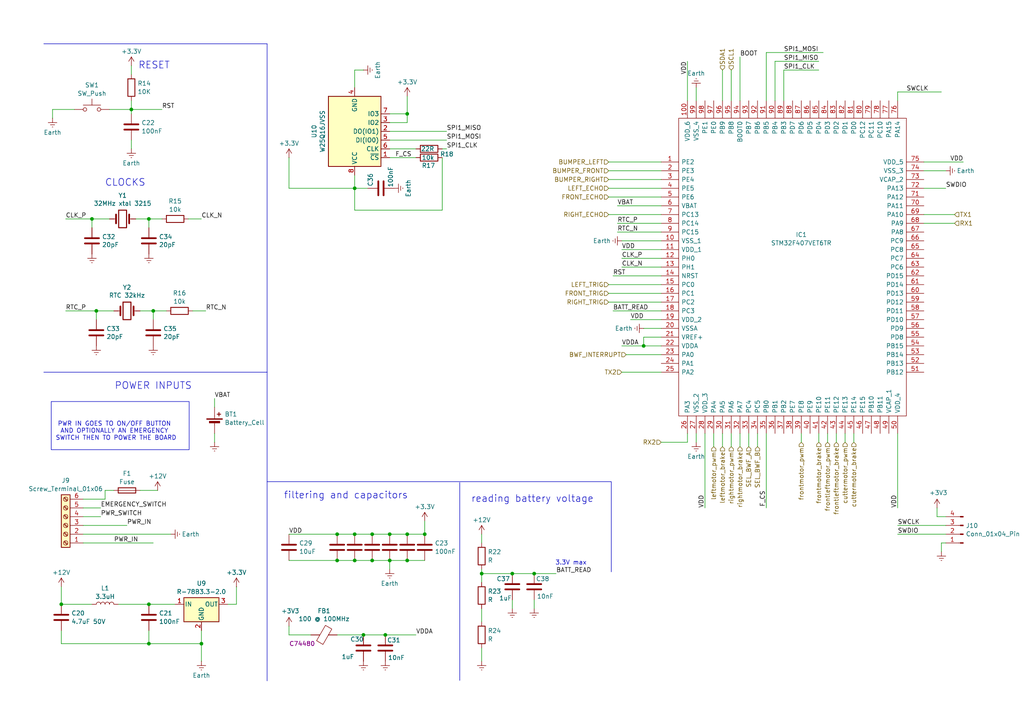
<source format=kicad_sch>
(kicad_sch (version 20250114) (generator "eeschema") (generator_version "9.0")
  (paper "A4")
  (title_block (title "LIAM LAWNMOWER ") (date "2025-02-07") (rev "REV1") (comment 1 "TX1 & RX 1 GOES TO") (comment 2 "TX2 & RX2 GOES TO ESP32 MODULE"))
  (lib_symbols
    (symbol "Connector:Conn_01x04_Pin" (pin_names (offset 1.016) (hide yes))
      (property "Reference" "J" (at 0 5.08 0))
      (property "Value" "Conn_01x04_Pin" (at 0 -7.62 0))
      (symbol "Conn_01x04_Pin_1_1"
        (rectangle (start 0.8636 2.667) (end 0 2.413) (stroke (width 0.1524)) (fill (type outline)))
        (rectangle (start 0.8636 0.127) (end 0 -0.127) (stroke (width 0.1524)) (fill (type outline)))
        (rectangle (start 0.8636 -2.413) (end 0 -2.667) (stroke (width 0.1524)) (fill (type outline)))
        (rectangle (start 0.8636 -4.953) (end 0 -5.207) (stroke (width 0.1524)) (fill (type outline)))
        (polyline (pts (xy 1.27 2.54) (xy 0.8636 2.54)) (stroke (width 0.1524)))
        (polyline (pts (xy 1.27 0) (xy 0.8636 0)) (stroke (width 0.1524)))
        (polyline (pts (xy 1.27 -2.54) (xy 0.8636 -2.54)) (stroke (width 0.1524)))
        (polyline (pts (xy 1.27 -5.08) (xy 0.8636 -5.08)) (stroke (width 0.1524)))
        (pin passive line (at 5.08 2.54 180) (length 3.81) (name "Pin_1") (number "1"))
        (pin passive line (at 5.08 0 180) (length 3.81) (name "Pin_2") (number "2"))
        (pin passive line (at 5.08 -2.54 180) (length 3.81) (name "Pin_3") (number "3"))
        (pin passive line (at 5.08 -5.08 180) (length 3.81) (name "Pin_4") (number "4"))
      )
    )
    (symbol "Connector:Screw_Terminal_01x06" (pin_names (offset 1.016) (hide yes))
      (property "Reference" "J" (at 0 7.62 0))
      (property "Value" "Screw_Terminal_01x06" (at 0 -10.16 0))
      (symbol "Screw_Terminal_01x06_1_1"
        (rectangle (start -1.27 6.35) (end 1.27 -8.89) (stroke (width 0.254)) (fill (type background)))
        (polyline (pts (xy -0.5334 5.4102) (xy 0.3302 4.572)) (stroke (width 0.1524)))
        (polyline (pts (xy -0.5334 2.8702) (xy 0.3302 2.032)) (stroke (width 0.1524)))
        (polyline (pts (xy -0.5334 0.3302) (xy 0.3302 -0.508)) (stroke (width 0.1524)))
        (polyline (pts (xy -0.5334 -2.2098) (xy 0.3302 -3.048)) (stroke (width 0.1524)))
        (polyline (pts (xy -0.5334 -4.7498) (xy 0.3302 -5.588)) (stroke (width 0.1524)))
        (polyline (pts (xy -0.5334 -7.2898) (xy 0.3302 -8.128)) (stroke (width 0.1524)))
        (polyline (pts (xy -0.3556 5.588) (xy 0.508 4.7498)) (stroke (width 0.1524)))
        (polyline (pts (xy -0.3556 3.048) (xy 0.508 2.2098)) (stroke (width 0.1524)))
        (polyline (pts (xy -0.3556 0.508) (xy 0.508 -0.3302)) (stroke (width 0.1524)))
        (polyline (pts (xy -0.3556 -2.032) (xy 0.508 -2.8702)) (stroke (width 0.1524)))
        (polyline (pts (xy -0.3556 -4.572) (xy 0.508 -5.4102)) (stroke (width 0.1524)))
        (polyline (pts (xy -0.3556 -7.112) (xy 0.508 -7.9502)) (stroke (width 0.1524)))
        (circle (center 0 5.08) (radius 0.635) (stroke (width 0.1524)))
        (circle (center 0 2.54) (radius 0.635) (stroke (width 0.1524)))
        (circle (center 0 0) (radius 0.635) (stroke (width 0.1524)))
        (circle (center 0 -2.54) (radius 0.635) (stroke (width 0.1524)))
        (circle (center 0 -5.08) (radius 0.635) (stroke (width 0.1524)))
        (circle (center 0 -7.62) (radius 0.635) (stroke (width 0.1524)))
        (pin passive line (at -5.08 5.08 0) (length 3.81) (name "Pin_1") (number "1"))
        (pin passive line (at -5.08 2.54 0) (length 3.81) (name "Pin_2") (number "2"))
        (pin passive line (at -5.08 0 0) (length 3.81) (name "Pin_3") (number "3"))
        (pin passive line (at -5.08 -2.54 0) (length 3.81) (name "Pin_4") (number "4"))
        (pin passive line (at -5.08 -5.08 0) (length 3.81) (name "Pin_5") (number "5"))
        (pin passive line (at -5.08 -7.62 0) (length 3.81) (name "Pin_6") (number "6"))
      )
    )
    (symbol "Device:Battery_Cell" (pin_numbers (hide yes)) (pin_names (offset 0) (hide yes))
      (property "Reference" "BT" (at 2.54 2.54 0))
      (property "Value" "Battery_Cell" (at 2.54 0 0))
      (symbol "Battery_Cell_0_1"
        (rectangle (start -2.286 1.778) (end 2.286 1.524) (fill (type outline)))
        (rectangle (start -1.524 1.016) (end 1.524 0.508) (fill (type outline)))
        (polyline (pts (xy 0 1.778) (xy 0 2.54)))
        (polyline (pts (xy 0 0.762) (xy 0 0)))
        (polyline (pts (xy 0.762 3.048) (xy 1.778 3.048)) (stroke (width 0.254)))
        (polyline (pts (xy 1.27 3.556) (xy 1.27 2.54)) (stroke (width 0.254)))
      )
      (symbol "Battery_Cell_1_1"
        (pin passive line (at 0 5.08 270) (length 2.54) (name "+") (number "1"))
        (pin passive line (at 0 -2.54 90) (length 2.54) (name "-") (number "2"))
      )
    )
    (symbol "Device:C" (pin_numbers (hide yes)) (pin_names (offset 0.254))
      (property "Reference" "C" (at 0.635 2.54 0))
      (property "Value" "C" (at 0.635 -2.54 0))
      (symbol "C_0_1"
        (polyline (pts (xy -2.032 0.762) (xy 2.032 0.762)) (stroke (width 0.508)))
        (polyline (pts (xy -2.032 -0.762) (xy 2.032 -0.762)) (stroke (width 0.508)))
      )
      (symbol "C_1_1"
        (pin passive line (at 0 3.81 270) (length 2.794) (name "~") (number "1"))
        (pin passive line (at 0 -3.81 90) (length 2.794) (name "~") (number "2"))
      )
    )
    (symbol "Device:Crystal" (pin_numbers (hide yes)) (pin_names (offset 1.016) (hide yes))
      (property "Reference" "Y" (at 0 3.81 0))
      (property "Value" "Crystal" (at 0 -3.81 0))
      (symbol "Crystal_0_1"
        (polyline (pts (xy -2.54 0) (xy -1.905 0)))
        (polyline (pts (xy -1.905 -1.27) (xy -1.905 1.27)) (stroke (width 0.508)))
        (rectangle (start -1.143 2.54) (end 1.143 -2.54) (stroke (width 0.3048)))
        (polyline (pts (xy 1.905 -1.27) (xy 1.905 1.27)) (stroke (width 0.508)))
        (polyline (pts (xy 2.54 0) (xy 1.905 0)))
      )
      (symbol "Crystal_1_1"
        (pin passive line (at -3.81 0 0) (length 1.27) (name "1") (number "1"))
        (pin passive line (at 3.81 0 180) (length 1.27) (name "2") (number "2"))
      )
    )
    (symbol "Device:Fuse" (pin_numbers (hide yes)) (pin_names (offset 0))
      (property "Reference" "F" (at 2.032 0 90))
      (property "Value" "Fuse" (at -1.905 0 90))
      (symbol "Fuse_0_1"
        (rectangle (start -0.762 -2.54) (end 0.762 2.54) (stroke (width 0.254)))
        (polyline (pts (xy 0 2.54) (xy 0 -2.54)))
      )
      (symbol "Fuse_1_1"
        (pin passive line (at 0 3.81 270) (length 1.27) (name "~") (number "1"))
        (pin passive line (at 0 -3.81 90) (length 1.27) (name "~") (number "2"))
      )
    )
    (symbol "Device:L" (pin_numbers (hide yes)) (pin_names (offset 1.016) (hide yes))
      (property "Reference" "L" (at -1.27 0 90))
      (property "Value" "L" (at 1.905 0 90))
      (symbol "L_0_1"
        (arc (start 0 2.54) (mid 0.6323 1.905) (end 0 1.27))
        (arc (start 0 1.27) (mid 0.6323 0.635) (end 0 0))
        (arc (start 0 0) (mid 0.6323 -0.635) (end 0 -1.27))
        (arc (start 0 -1.27) (mid 0.6323 -1.905) (end 0 -2.54))
      )
      (symbol "L_1_1"
        (pin passive line (at 0 3.81 270) (length 1.27) (name "1") (number "1"))
        (pin passive line (at 0 -3.81 90) (length 1.27) (name "2") (number "2"))
      )
    )
    (symbol "Device:R" (pin_numbers (hide yes)) (pin_names (offset 0))
      (property "Reference" "R" (at 2.032 0 90))
      (property "Value" "R" (at 0 0 90))
      (symbol "R_0_1"
        (rectangle (start -1.016 -2.54) (end 1.016 2.54) (stroke (width 0.254)))
      )
      (symbol "R_1_1"
        (pin passive line (at 0 3.81 270) (length 1.27) (name "~") (number "1"))
        (pin passive line (at 0 -3.81 90) (length 1.27) (name "~") (number "2"))
      )
    )
    (symbol "Memory_Flash:W25Q16JVSS"
      (property "Reference" "U" (at -6.35 11.43 0))
      (property "Value" "W25Q16JVSS" (at 7.62 11.43 0))
      (symbol "W25Q16JVSS_0_1"
        (rectangle (start -7.62 10.16) (end 7.62 -10.16) (stroke (width 0.254)) (fill (type background)))
      )
      (symbol "W25Q16JVSS_1_1"
        (pin input line (at -10.16 7.62 0) (length 2.54) (name "~{CS}") (number "1"))
        (pin input line (at -10.16 5.08 0) (length 2.54) (name "CLK") (number "6"))
        (pin bidirectional line (at -10.16 2.54 0) (length 2.54) (name "DI(IO0)") (number "5"))
        (pin bidirectional line (at -10.16 0 0) (length 2.54) (name "DO(IO1)") (number "2"))
        (pin bidirectional line (at -10.16 -2.54 0) (length 2.54) (name "IO2") (number "3"))
        (pin bidirectional line (at -10.16 -5.08 0) (length 2.54) (name "IO3") (number "7"))
        (pin power_in line (at 0 12.7 270) (length 2.54) (name "VCC") (number "8"))
        (pin power_in line (at 0 -12.7 90) (length 2.54) (name "GND") (number "4"))
      )
    )
    (symbol "Regulator_Switching:R-78B3.3-2.0" (pin_names (offset 0.254))
      (property "Reference" "U" (at -3.81 3.175 0))
      (property "Value" "R-78B3.3-2.0" (at 0 3.175 0))
      (symbol "R-78B3.3-2.0_0_1"
        (rectangle (start -5.08 1.905) (end 5.08 -5.08) (stroke (width 0.254)) (fill (type background)))
      )
      (symbol "R-78B3.3-2.0_1_1"
        (pin power_in line (at -7.62 0 0) (length 2.54) (name "IN") (number "1"))
        (pin power_in line (at 0 -7.62 90) (length 2.54) (name "GND") (number "2"))
        (pin power_out line (at 7.62 0 180) (length 2.54) (name "OUT") (number "3"))
      )
    )
    (symbol "STM32 tutorial-rescue:+3.3V-power" (power) (pin_names (offset 0))
      (property "Value" "power_+3.3V" (at 0 3.556 0))
      (symbol "+3.3V-power_0_1"
        (polyline (pts (xy -0.762 1.27) (xy 0 2.54)))
        (polyline (pts (xy 0 2.54) (xy 0.762 1.27)))
        (polyline (pts (xy 0 0) (xy 0 2.54)))
      )
      (symbol "+3.3V-power_1_1"
        (pin power_in line (at 0 0 90) (length 0) (hide yes) (name "+3V3") (number "1"))
      )
    )
    (symbol "STM32 tutorial-rescue:Earth-power" (power) (pin_names (offset 0))
      (symbol "Earth-power_0_1"
        (polyline (pts (xy -0.635 -1.905) (xy 0.635 -1.905)))
        (polyline (pts (xy -0.127 -2.54) (xy 0.127 -2.54)))
        (polyline (pts (xy 0 -1.27) (xy 0 0)))
        (polyline (pts (xy 1.27 -1.27) (xy -1.27 -1.27)))
      )
      (symbol "Earth-power_1_1"
        (pin power_in line (at 0 0 270) (length 0) (hide yes) (name "Earth") (number "1"))
      )
    )
    (symbol "STM32 tutorial-rescue:Ferrite_Bead-Device" (pin_numbers (hide yes)) (pin_names (offset 0))
      (property "Reference" "FB" (at -3.81 0.635 90))
      (property "Value" "Device_Ferrite_Bead" (at 3.81 0 90))
      (symbol "Ferrite_Bead-Device_0_1"
        (polyline (pts (xy -2.7686 0.4064) (xy -1.7018 2.2606) (xy 2.7686 -0.3048) (xy 1.6764 -2.159) (xy -2.7686 0.4064)))
        (polyline (pts (xy 0 1.27) (xy 0 1.2954)))
        (polyline (pts (xy 0 -1.27) (xy 0 -1.2192)))
      )
      (symbol "Ferrite_Bead-Device_1_1"
        (pin passive line (at 0 3.81 270) (length 2.54) (name "~") (number "1"))
        (pin passive line (at 0 -3.81 90) (length 2.54) (name "~") (number "2"))
      )
    )
    (symbol "SamacSys_Parts:STM32F407VET6TR" (pin_names (offset 0.762))
      (property "Reference" "IC" (at 72.39 17.78 0))
      (property "Value" "STM32F407VET6TR" (at 72.39 15.24 0))
      (symbol "STM32F407VET6TR_0_0"
        (pin passive line (at 0 0 0) (length 5.08) (name "PE2") (number "1"))
        (pin passive line (at 0 -2.54 0) (length 5.08) (name "PE3") (number "2"))
        (pin passive line (at 0 -5.08 0) (length 5.08) (name "PE4") (number "3"))
        (pin passive line (at 0 -7.62 0) (length 5.08) (name "PE5") (number "4"))
        (pin passive line (at 0 -10.16 0) (length 5.08) (name "PE6") (number "5"))
        (pin passive line (at 0 -12.7 0) (length 5.08) (name "VBAT") (number "6"))
        (pin passive line (at 0 -15.24 0) (length 5.08) (name "PC13") (number "7"))
        (pin passive line (at 0 -17.78 0) (length 5.08) (name "PC14") (number "8"))
        (pin passive line (at 0 -20.32 0) (length 5.08) (name "PC15") (number "9"))
        (pin passive line (at 0 -22.86 0) (length 5.08) (name "VSS_1") (number "10"))
        (pin passive line (at 0 -25.4 0) (length 5.08) (name "VDD_1") (number "11"))
        (pin passive line (at 0 -27.94 0) (length 5.08) (name "PH0") (number "12"))
        (pin passive line (at 0 -30.48 0) (length 5.08) (name "PH1") (number "13"))
        (pin passive line (at 0 -33.02 0) (length 5.08) (name "NRST") (number "14"))
        (pin passive line (at 0 -35.56 0) (length 5.08) (name "PC0") (number "15"))
        (pin passive line (at 0 -38.1 0) (length 5.08) (name "PC1") (number "16"))
        (pin passive line (at 0 -40.64 0) (length 5.08) (name "PC2") (number "17"))
        (pin passive line (at 0 -43.18 0) (length 5.08) (name "PC3") (number "18"))
        (pin passive line (at 0 -45.72 0) (length 5.08) (name "VDD_2") (number "19"))
        (pin passive line (at 0 -48.26 0) (length 5.08) (name "VSSA") (number "20"))
        (pin passive line (at 0 -50.8 0) (length 5.08) (name "VREF+") (number "21"))
        (pin passive line (at 0 -53.34 0) (length 5.08) (name "VDDA") (number "22"))
        (pin passive line (at 0 -55.88 0) (length 5.08) (name "PA0") (number "23"))
        (pin passive line (at 0 -58.42 0) (length 5.08) (name "PA1") (number "24"))
        (pin passive line (at 0 -60.96 0) (length 5.08) (name "PA2") (number "25"))
        (pin passive line (at 7.62 17.78 270) (length 5.08) (name "VDD_6") (number "100"))
        (pin passive line (at 7.62 -78.74 90) (length 5.08) (name "PA3") (number "26"))
        (pin passive line (at 10.16 17.78 270) (length 5.08) (name "VSS_4") (number "99"))
        (pin passive line (at 10.16 -78.74 90) (length 5.08) (name "VSS_2") (number "27"))
        (pin passive line (at 12.7 17.78 270) (length 5.08) (name "PE1") (number "98"))
        (pin passive line (at 12.7 -78.74 90) (length 5.08) (name "VDD_3") (number "28"))
        (pin passive line (at 15.24 17.78 270) (length 5.08) (name "PE0") (number "97"))
        (pin passive line (at 15.24 -78.74 90) (length 5.08) (name "PA4") (number "29"))
        (pin passive line (at 17.78 17.78 270) (length 5.08) (name "PB9") (number "96"))
        (pin passive line (at 17.78 -78.74 90) (length 5.08) (name "PA5") (number "30"))
        (pin passive line (at 20.32 17.78 270) (length 5.08) (name "PB8") (number "95"))
        (pin passive line (at 20.32 -78.74 90) (length 5.08) (name "PA6") (number "31"))
        (pin passive line (at 22.86 17.78 270) (length 5.08) (name "BOOT0") (number "94"))
        (pin passive line (at 22.86 -78.74 90) (length 5.08) (name "PA7") (number "32"))
        (pin passive line (at 25.4 17.78 270) (length 5.08) (name "PB7") (number "93"))
        (pin passive line (at 25.4 -78.74 90) (length 5.08) (name "PC4") (number "33"))
        (pin passive line (at 27.94 17.78 270) (length 5.08) (name "PB6") (number "92"))
        (pin passive line (at 27.94 -78.74 90) (length 5.08) (name "PC5") (number "34"))
        (pin passive line (at 30.48 17.78 270) (length 5.08) (name "PB5") (number "91"))
        (pin passive line (at 30.48 -78.74 90) (length 5.08) (name "PB0") (number "35"))
        (pin passive line (at 33.02 17.78 270) (length 5.08) (name "PB4") (number "90"))
        (pin passive line (at 33.02 -78.74 90) (length 5.08) (name "PB1") (number "36"))
        (pin passive line (at 35.56 17.78 270) (length 5.08) (name "PB3") (number "89"))
        (pin passive line (at 35.56 -78.74 90) (length 5.08) (name "PB2") (number "37"))
        (pin passive line (at 38.1 17.78 270) (length 5.08) (name "PD7") (number "88"))
        (pin passive line (at 38.1 -78.74 90) (length 5.08) (name "PE7") (number "38"))
        (pin passive line (at 40.64 17.78 270) (length 5.08) (name "PD6") (number "87"))
        (pin passive line (at 40.64 -78.74 90) (length 5.08) (name "PE8") (number "39"))
        (pin passive line (at 43.18 17.78 270) (length 5.08) (name "PD5") (number "86"))
        (pin passive line (at 43.18 -78.74 90) (length 5.08) (name "PE9") (number "40"))
        (pin passive line (at 45.72 17.78 270) (length 5.08) (name "PD4") (number "85"))
        (pin passive line (at 45.72 -78.74 90) (length 5.08) (name "PE10") (number "41"))
        (pin passive line (at 48.26 17.78 270) (length 5.08) (name "PD3") (number "84"))
        (pin passive line (at 48.26 -78.74 90) (length 5.08) (name "PE11") (number "42"))
        (pin passive line (at 50.8 17.78 270) (length 5.08) (name "PD2") (number "83"))
        (pin passive line (at 50.8 -78.74 90) (length 5.08) (name "PE12") (number "43"))
        (pin passive line (at 53.34 17.78 270) (length 5.08) (name "PD1") (number "82"))
        (pin passive line (at 53.34 -78.74 90) (length 5.08) (name "PE13") (number "44"))
        (pin passive line (at 55.88 17.78 270) (length 5.08) (name "PD0") (number "81"))
        (pin passive line (at 55.88 -78.74 90) (length 5.08) (name "PE14") (number "45"))
        (pin passive line (at 58.42 17.78 270) (length 5.08) (name "PC12") (number "80"))
        (pin passive line (at 58.42 -78.74 90) (length 5.08) (name "PE15") (number "46"))
        (pin passive line (at 60.96 17.78 270) (length 5.08) (name "PC11") (number "79"))
        (pin passive line (at 60.96 -78.74 90) (length 5.08) (name "PB10") (number "47"))
        (pin passive line (at 63.5 17.78 270) (length 5.08) (name "PC10") (number "78"))
        (pin passive line (at 63.5 -78.74 90) (length 5.08) (name "PB11") (number "48"))
        (pin passive line (at 66.04 17.78 270) (length 5.08) (name "PA15") (number "77"))
        (pin passive line (at 66.04 -78.74 90) (length 5.08) (name "VCAP_1") (number "49"))
        (pin passive line (at 68.58 17.78 270) (length 5.08) (name "PA14") (number "76"))
        (pin passive line (at 68.58 -78.74 90) (length 5.08) (name "VDD_4") (number "50"))
        (pin passive line (at 76.2 0 180) (length 5.08) (name "VDD_5") (number "75"))
        (pin passive line (at 76.2 -2.54 180) (length 5.08) (name "VSS_3") (number "74"))
        (pin passive line (at 76.2 -5.08 180) (length 5.08) (name "VCAP_2") (number "73"))
        (pin passive line (at 76.2 -7.62 180) (length 5.08) (name "PA13") (number "72"))
        (pin passive line (at 76.2 -10.16 180) (length 5.08) (name "PA12") (number "71"))
        (pin passive line (at 76.2 -12.7 180) (length 5.08) (name "PA11") (number "70"))
        (pin passive line (at 76.2 -15.24 180) (length 5.08) (name "PA10") (number "69"))
        (pin passive line (at 76.2 -17.78 180) (length 5.08) (name "PA9") (number "68"))
        (pin passive line (at 76.2 -20.32 180) (length 5.08) (name "PA8") (number "67"))
        (pin passive line (at 76.2 -22.86 180) (length 5.08) (name "PC9") (number "66"))
        (pin passive line (at 76.2 -25.4 180) (length 5.08) (name "PC8") (number "65"))
        (pin passive line (at 76.2 -27.94 180) (length 5.08) (name "PC7") (number "64"))
        (pin passive line (at 76.2 -30.48 180) (length 5.08) (name "PC6") (number "63"))
        (pin passive line (at 76.2 -33.02 180) (length 5.08) (name "PD15") (number "62"))
        (pin passive line (at 76.2 -35.56 180) (length 5.08) (name "PD14") (number "61"))
        (pin passive line (at 76.2 -38.1 180) (length 5.08) (name "PD13") (number "60"))
        (pin passive line (at 76.2 -40.64 180) (length 5.08) (name "PD12") (number "59"))
        (pin passive line (at 76.2 -43.18 180) (length 5.08) (name "PD11") (number "58"))
        (pin passive line (at 76.2 -45.72 180) (length 5.08) (name "PD10") (number "57"))
        (pin passive line (at 76.2 -48.26 180) (length 5.08) (name "PD9") (number "56"))
        (pin passive line (at 76.2 -50.8 180) (length 5.08) (name "PD8") (number "55"))
        (pin passive line (at 76.2 -53.34 180) (length 5.08) (name "PB15") (number "54"))
        (pin passive line (at 76.2 -55.88 180) (length 5.08) (name "PB14") (number "53"))
        (pin passive line (at 76.2 -58.42 180) (length 5.08) (name "PB13") (number "52"))
        (pin passive line (at 76.2 -60.96 180) (length 5.08) (name "PB12") (number "51"))
      )
      (symbol "STM32F407VET6TR_0_1"
        (polyline (pts (xy 5.08 12.7) (xy 71.12 12.7) (xy 71.12 -73.66) (xy 5.08 -73.66) (xy 5.08 12.7)) (stroke (width 0.1524)))
      )
    )
    (symbol "Switch:SW_Push" (pin_numbers (hide yes)) (pin_names (offset 1.016) (hide yes))
      (property "Reference" "SW" (at 1.27 2.54 0))
      (property "Value" "SW_Push" (at 0 -1.524 0))
      (symbol "SW_Push_0_1"
        (circle (center -2.032 0) (radius 0.508))
        (polyline (pts (xy 0 1.27) (xy 0 3.048)))
        (circle (center 2.032 0) (radius 0.508))
        (polyline (pts (xy 2.54 1.27) (xy -2.54 1.27)))
        (pin passive line (at -5.08 0 0) (length 2.54) (name "1") (number "1"))
        (pin passive line (at 5.08 0 180) (length 2.54) (name "2") (number "2"))
      )
    )
    (symbol "power:+12V" (power) (pin_numbers (hide yes)) (pin_names (offset 0) (hide yes))
      (property "Value" "+12V" (at 0 3.556 0))
      (symbol "+12V_0_1"
        (polyline (pts (xy -0.762 1.27) (xy 0 2.54)))
        (polyline (pts (xy 0 2.54) (xy 0.762 1.27)))
        (polyline (pts (xy 0 0) (xy 0 2.54)))
      )
      (symbol "+12V_1_1"
        (pin power_in line (at 0 0 90) (length 0) (name "~") (number "1"))
      )
    )
    (symbol "power:+3.3V" (power) (pin_numbers (hide yes)) (pin_names (offset 0) (hide yes))
      (property "Value" "+3.3V" (at 0 3.556 0))
      (symbol "+3.3V_0_1"
        (polyline (pts (xy -0.762 1.27) (xy 0 2.54)))
        (polyline (pts (xy 0 2.54) (xy 0.762 1.27)))
        (polyline (pts (xy 0 0) (xy 0 2.54)))
      )
      (symbol "+3.3V_1_1"
        (pin power_in line (at 0 0 90) (length 0) (name "~") (number "1"))
      )
    )
    (symbol "power:Earth" (power) (pin_numbers (hide yes)) (pin_names (offset 0) (hide yes))
      (property "Value" "Earth" (at 0 -3.81 0))
      (symbol "Earth_0_1"
        (polyline (pts (xy -0.635 -1.905) (xy 0.635 -1.905)))
        (polyline (pts (xy -0.127 -2.54) (xy 0.127 -2.54)))
        (polyline (pts (xy 0 -1.27) (xy 0 0)))
        (polyline (pts (xy 1.27 -1.27) (xy -1.27 -1.27)))
      )
      (symbol "Earth_1_1"
        (pin power_in line (at 0 0 270) (length 0) (name "~") (number "1"))
      )
    )
  )
  (rectangle (start 14.859 116.459) (end 54.864 130.429))
  (text "CLOCKS" (at 36.322 53.086 0) (effects (font (size 2 2))))
  (text "PWR IN GOES TO ON/OFF BUTTON \nAND OPTIONALLY AN EMERGENCY \nSWITCH THEN TO POWER THE BOARD" (at 33.655 125.095 0) (effects (font (size 1.27 1.27))))
  (text "RESET" (at 44.704 19.05 0) (effects (font (size 2 2))))
  (text "reading battery voltage" (at 154.432 144.78 0) (effects (font (size 2 2))))
  (text "filtering and capacitors\n" (at 100.33 143.764 0) (effects (font (size 2 2))))
  (text "POWER INPUTS" (at 44.45 112.014 0) (effects (font (size 2 2))))
  (text "3.3V max" (at 165.608 163.322 0) (effects (font (size 1.27 1.27))))
  (junction (at 102.87 162.56))
  (junction (at 107.95 154.94))
  (junction (at 148.59 166.37))
  (junction (at 102.87 54.61))
  (junction (at 43.18 175.26))
  (junction (at 44.45 90.17))
  (junction (at 26.67 63.5))
  (junction (at 118.11 33.02))
  (junction (at 113.03 154.94))
  (junction (at 102.87 154.94))
  (junction (at 27.94 90.17))
  (junction (at 154.94 166.37))
  (junction (at 97.79 162.56))
  (junction (at 43.18 63.5))
  (junction (at 118.11 154.94))
  (junction (at 58.42 186.69))
  (junction (at 118.11 162.56))
  (junction (at 97.79 154.94))
  (junction (at 111.76 184.15))
  (junction (at 38.1 31.75))
  (junction (at 105.41 184.15))
  (junction (at 123.19 154.94))
  (junction (at 186.69 100.33))
  (junction (at 113.03 162.56))
  (junction (at 17.78 175.26))
  (junction (at 43.18 186.69))
  (junction (at 107.95 162.56))
  (junction (at 139.7 166.37))
  (wire (pts (xy 118.11 27.94) (xy 118.11 33.02)))
  (wire (pts (xy 62.23 115.57) (xy 62.23 118.11)))
  (wire (pts (xy 273.05 157.48) (xy 274.32 157.48)))
  (wire (pts (xy 102.87 154.94) (xy 107.95 154.94)))
  (wire (pts (xy 66.04 175.26) (xy 68.58 175.26)))
  (wire (pts (xy 176.53 87.63) (xy 191.77 87.63)))
  (polyline (pts (xy 133.35 139.954) (xy 133.35 197.358)))
  (wire (pts (xy 260.35 154.94) (xy 274.32 154.94)))
  (wire (pts (xy 43.18 63.5) (xy 43.18 66.04)))
  (wire (pts (xy 222.25 29.21) (xy 222.25 15.24)))
  (wire (pts (xy 139.7 187.96) (xy 139.7 191.77)))
  (wire (pts (xy 15.24 31.75) (xy 15.24 34.29)))
  (wire (pts (xy 83.82 54.61) (xy 102.87 54.61)))
  (wire (pts (xy 209.55 125.73) (xy 209.55 129.54)))
  (wire (pts (xy 105.41 184.15) (xy 111.76 184.15)))
  (wire (pts (xy 201.93 25.4) (xy 201.93 29.21)))
  (wire (pts (xy 267.97 46.99) (xy 279.4 46.99)))
  (wire (pts (xy 212.09 125.73) (xy 212.09 129.54)))
  (wire (pts (xy 260.35 125.73) (xy 260.35 147.32)))
  (wire (pts (xy 179.07 64.77) (xy 191.77 64.77)))
  (wire (pts (xy 224.79 17.78) (xy 237.49 17.78)))
  (wire (pts (xy 17.78 186.69) (xy 43.18 186.69)))
  (wire (pts (xy 176.53 52.07) (xy 191.77 52.07)))
  (wire (pts (xy 267.97 64.77) (xy 276.86 64.77)))
  (wire (pts (xy 43.18 175.26) (xy 50.8 175.26)))
  (polyline (pts (xy 77.47 12.7) (xy 77.47 107.95)))
  (wire (pts (xy 180.34 74.93) (xy 191.77 74.93)))
  (wire (pts (xy 24.13 157.48) (xy 44.45 157.48)))
  (wire (pts (xy 58.42 182.88) (xy 58.42 186.69)))
  (wire (pts (xy 260.35 152.4) (xy 274.32 152.4)))
  (wire (pts (xy 139.7 166.37) (xy 148.59 166.37)))
  (wire (pts (xy 48.26 90.17) (xy 44.45 90.17)))
  (wire (pts (xy 186.69 100.33) (xy 191.77 100.33)))
  (wire (pts (xy 30.48 144.78) (xy 24.13 144.78)))
  (wire (pts (xy 273.05 160.02) (xy 273.05 157.48)))
  (wire (pts (xy 177.8 80.01) (xy 191.77 80.01)))
  (wire (pts (xy 26.67 63.5) (xy 19.05 63.5)))
  (wire (pts (xy 24.13 147.32) (xy 29.21 147.32)))
  (wire (pts (xy 102.87 54.61) (xy 106.68 54.61)))
  (wire (pts (xy 111.76 184.15) (xy 120.65 184.15)))
  (wire (pts (xy 267.97 54.61) (xy 274.32 54.61)))
  (wire (pts (xy 182.88 92.71) (xy 191.77 92.71)))
  (wire (pts (xy 242.57 125.73) (xy 242.57 128.27)))
  (wire (pts (xy 180.34 69.85) (xy 191.77 69.85)))
  (wire (pts (xy 128.27 45.72) (xy 128.27 60.96)))
  (wire (pts (xy 43.18 63.5) (xy 39.37 63.5)))
  (wire (pts (xy 113.03 154.94) (xy 118.11 154.94)))
  (wire (pts (xy 212.09 20.32) (xy 212.09 29.21)))
  (wire (pts (xy 105.41 184.15) (xy 97.79 184.15)))
  (wire (pts (xy 83.82 162.56) (xy 97.79 162.56)))
  (wire (pts (xy 128.27 60.96) (xy 102.87 60.96)))
  (wire (pts (xy 31.75 63.5) (xy 26.67 63.5)))
  (wire (pts (xy 113.03 35.56) (xy 118.11 35.56)))
  (wire (pts (xy 176.53 62.23) (xy 191.77 62.23)))
  (wire (pts (xy 209.55 20.32) (xy 209.55 29.21)))
  (wire (pts (xy 224.79 29.21) (xy 224.79 17.78)))
  (wire (pts (xy 68.58 170.18) (xy 68.58 175.26)))
  (wire (pts (xy 128.27 43.18) (xy 129.54 43.18)))
  (wire (pts (xy 179.07 67.31) (xy 191.77 67.31)))
  (wire (pts (xy 118.11 162.56) (xy 123.19 162.56)))
  (wire (pts (xy 90.17 184.15) (xy 83.82 184.15)))
  (wire (pts (xy 139.7 154.94) (xy 139.7 157.48)))
  (polyline (pts (xy 177.292 165.862) (xy 177.292 139.7)))
  (wire (pts (xy 191.77 128.27) (xy 199.39 128.27)))
  (wire (pts (xy 191.77 97.79) (xy 186.69 97.79)))
  (polyline (pts (xy 12.7 12.7) (xy 77.47 12.7)))
  (wire (pts (xy 179.07 59.69) (xy 191.77 59.69)))
  (wire (pts (xy 232.41 125.73) (xy 232.41 128.27)))
  (wire (pts (xy 83.82 184.15) (xy 83.82 181.61)))
  (wire (pts (xy 102.87 50.8) (xy 102.87 54.61)))
  (wire (pts (xy 201.93 125.73) (xy 201.93 128.27)))
  (wire (pts (xy 180.34 77.47) (xy 191.77 77.47)))
  (wire (pts (xy 176.53 82.55) (xy 191.77 82.55)))
  (wire (pts (xy 222.25 125.73) (xy 222.25 147.32)))
  (wire (pts (xy 33.02 142.24) (xy 30.48 142.24)))
  (wire (pts (xy 222.25 15.24) (xy 238.76 15.24)))
  (wire (pts (xy 102.87 60.96) (xy 102.87 54.61)))
  (wire (pts (xy 267.97 49.53) (xy 274.32 49.53)))
  (wire (pts (xy 17.78 182.88) (xy 17.78 186.69)))
  (wire (pts (xy 237.49 125.73) (xy 237.49 128.27)))
  (wire (pts (xy 107.95 162.56) (xy 113.03 162.56)))
  (wire (pts (xy 247.65 125.73) (xy 247.65 128.27)))
  (wire (pts (xy 17.78 170.18) (xy 17.78 175.26)))
  (wire (pts (xy 113.03 38.1) (xy 129.54 38.1)))
  (wire (pts (xy 54.61 63.5) (xy 58.42 63.5)))
  (wire (pts (xy 177.8 90.17) (xy 191.77 90.17)))
  (wire (pts (xy 24.13 149.86) (xy 29.21 149.86)))
  (wire (pts (xy 113.03 45.72) (xy 120.65 45.72)))
  (wire (pts (xy 30.48 142.24) (xy 30.48 144.78)))
  (wire (pts (xy 186.69 95.25) (xy 191.77 95.25)))
  (wire (pts (xy 38.1 29.21) (xy 38.1 31.75)))
  (wire (pts (xy 139.7 176.53) (xy 139.7 180.34)))
  (wire (pts (xy 204.47 125.73) (xy 204.47 147.32)))
  (wire (pts (xy 97.79 162.56) (xy 102.87 162.56)))
  (wire (pts (xy 181.61 102.87) (xy 191.77 102.87)))
  (wire (pts (xy 38.1 40.64) (xy 38.1 43.18)))
  (wire (pts (xy 46.99 63.5) (xy 43.18 63.5)))
  (wire (pts (xy 260.35 26.67) (xy 273.05 26.67)))
  (wire (pts (xy 44.45 90.17) (xy 44.45 92.71)))
  (polyline (pts (xy 12.7 107.95) (xy 77.47 107.95)))
  (wire (pts (xy 227.33 29.21) (xy 227.33 20.32)))
  (wire (pts (xy 24.13 154.94) (xy 49.53 154.94)))
  (wire (pts (xy 260.35 29.21) (xy 260.35 26.67)))
  (wire (pts (xy 139.7 165.1) (xy 139.7 166.37)))
  (wire (pts (xy 180.34 100.33) (xy 186.69 100.33)))
  (wire (pts (xy 102.87 20.32) (xy 102.87 25.4)))
  (wire (pts (xy 214.63 125.73) (xy 214.63 129.54)))
  (wire (pts (xy 105.41 20.32) (xy 102.87 20.32)))
  (wire (pts (xy 113.03 162.56) (xy 118.11 162.56)))
  (wire (pts (xy 139.7 166.37) (xy 139.7 168.91)))
  (wire (pts (xy 199.39 125.73) (xy 199.39 128.27)))
  (wire (pts (xy 118.11 33.02) (xy 113.03 33.02)))
  (wire (pts (xy 245.11 125.73) (xy 245.11 128.27)))
  (wire (pts (xy 123.19 151.13) (xy 123.19 154.94)))
  (wire (pts (xy 214.63 16.51) (xy 214.63 29.21)))
  (wire (pts (xy 83.82 45.72) (xy 83.82 54.61)))
  (wire (pts (xy 26.67 63.5) (xy 26.67 66.04)))
  (wire (pts (xy 33.02 90.17) (xy 27.94 90.17)))
  (wire (pts (xy 38.1 31.75) (xy 46.99 31.75)))
  (wire (pts (xy 118.11 35.56) (xy 118.11 33.02)))
  (wire (pts (xy 27.94 90.17) (xy 27.94 92.71)))
  (wire (pts (xy 267.97 62.23) (xy 276.86 62.23)))
  (wire (pts (xy 176.53 57.15) (xy 191.77 57.15)))
  (wire (pts (xy 113.03 162.56) (xy 113.03 165.1)))
  (wire (pts (xy 176.53 85.09) (xy 191.77 85.09)))
  (wire (pts (xy 55.88 90.17) (xy 59.69 90.17)))
  (wire (pts (xy 271.78 149.86) (xy 274.32 149.86)))
  (wire (pts (xy 240.03 125.73) (xy 240.03 128.27)))
  (wire (pts (xy 271.78 147.32) (xy 271.78 149.86)))
  (wire (pts (xy 191.77 72.39) (xy 180.34 72.39)))
  (wire (pts (xy 45.72 142.24) (xy 40.64 142.24)))
  (wire (pts (xy 21.59 31.75) (xy 15.24 31.75)))
  (wire (pts (xy 154.94 173.99) (xy 154.94 176.53)))
  (wire (pts (xy 27.94 90.17) (xy 19.05 90.17)))
  (wire (pts (xy 97.79 154.94) (xy 102.87 154.94)))
  (wire (pts (xy 107.95 154.94) (xy 113.03 154.94)))
  (wire (pts (xy 207.01 125.73) (xy 207.01 129.54)))
  (wire (pts (xy 38.1 19.05) (xy 38.1 21.59)))
  (wire (pts (xy 17.78 175.26) (xy 26.67 175.26)))
  (wire (pts (xy 113.03 40.64) (xy 129.54 40.64)))
  (wire (pts (xy 148.59 166.37) (xy 154.94 166.37)))
  (wire (pts (xy 217.17 125.73) (xy 217.17 129.54)))
  (wire (pts (xy 227.33 20.32) (xy 237.49 20.32)))
  (wire (pts (xy 58.42 186.69) (xy 58.42 191.77)))
  (wire (pts (xy 191.77 107.95) (xy 180.34 107.95)))
  (wire (pts (xy 176.53 54.61) (xy 191.77 54.61)))
  (wire (pts (xy 43.18 182.88) (xy 43.18 186.69)))
  (wire (pts (xy 62.23 125.73) (xy 62.23 128.27)))
  (wire (pts (xy 219.71 125.73) (xy 219.71 129.54)))
  (wire (pts (xy 44.45 90.17) (xy 40.64 90.17)))
  (wire (pts (xy 102.87 162.56) (xy 107.95 162.56)))
  (wire (pts (xy 176.53 46.99) (xy 191.77 46.99)))
  (wire (pts (xy 34.29 175.26) (xy 43.18 175.26)))
  (wire (pts (xy 38.1 31.75) (xy 38.1 33.02)))
  (wire (pts (xy 199.39 29.21) (xy 199.39 17.78)))
  (polyline (pts (xy 177.292 139.7) (xy 77.47 139.7)))
  (wire (pts (xy 186.69 97.79) (xy 186.69 100.33)))
  (wire (pts (xy 176.53 49.53) (xy 191.77 49.53)))
  (wire (pts (xy 31.75 31.75) (xy 38.1 31.75)))
  (polyline (pts (xy 77.47 107.95) (xy 77.47 197.485)))
  (wire (pts (xy 154.94 166.37) (xy 161.29 166.37)))
  (wire (pts (xy 118.11 154.94) (xy 123.19 154.94)))
  (wire (pts (xy 24.13 152.4) (xy 36.83 152.4)))
  (wire (pts (xy 43.18 186.69) (xy 58.42 186.69)))
  (wire (pts (xy 148.59 173.99) (xy 148.59 176.53)))
  (wire (pts (xy 83.82 154.94) (xy 97.79 154.94)))
  (wire (pts (xy 113.03 43.18) (xy 120.65 43.18)))
  (label "RTC_N" (at 179.07 67.31 0))
  (label "PWR_IN" (at 33.02 157.48 0))
  (label "VBAT" (at 62.23 115.57 0))
  (label "BATT_READ" (at 177.8 90.17 0))
  (label "BATT_READ" (at 161.29 166.37 0))
  (label "RST" (at 177.8 80.01 0))
  (label "RST" (at 46.99 31.75 0))
  (label "VBAT" (at 179.07 59.69 0))
  (label "VDD" (at 279.4 46.99 180))
  (label "RTC_P" (at 179.07 64.77 0))
  (label "CLK_N" (at 58.42 63.5 0))
  (label "VDD" (at 182.88 92.71 0))
  (label "SPI1_MISO" (at 129.54 38.1 0))
  (label "PWR_SWITCH" (at 29.21 149.86 0))
  (label "EMERGENCY_SWITCH" (at 29.21 147.32 0))
  (label "SPI1_MOSI" (at 129.54 40.64 0))
  (label "CLK_P" (at 180.34 74.93 0))
  (label "SPI1_MOSI" (at 227.33 15.24 0))
  (label "SWCLK" (at 260.35 152.4 0))
  (label "F_CS" (at 222.25 142.24 270))
  (label "SPI1_CLK" (at 129.54 43.18 0))
  (label "SWCLK" (at 262.89 26.67 0))
  (label "VDDA" (at 180.34 100.33 0))
  (label "VDD" (at 180.34 72.39 0))
  (label "VDDA" (at 120.65 184.15 0))
  (label "SPI1_MISO" (at 227.33 17.78 0))
  (label "CLK_N" (at 180.34 77.47 0))
  (label "VDD" (at 204.47 147.32 90))
  (label "VDD" (at 83.82 154.94 0))
  (label "RTC_P" (at 19.05 90.17 0))
  (label "F_CS" (at 119.38 45.72 180))
  (label "VDD" (at 199.39 17.78 270))
  (label "SPI1_CLK" (at 227.33 20.32 0))
  (label "BOOT" (at 214.63 16.51 0))
  (label "SWDIO" (at 274.32 54.61 0))
  (label "PWR_IN" (at 36.83 152.4 0))
  (label "CLK_P" (at 19.05 63.5 0))
  (label "VDD" (at 260.35 147.32 90))
  (label "RTC_N" (at 59.69 90.17 0))
  (label "SWDIO" (at 260.35 154.94 0))
  (hierarchical_label "leftmotor_brake" (shape input) (at 209.55 129.54 270))
  (hierarchical_label "RX2" (shape input) (at 191.77 128.27 180))
  (hierarchical_label "rightmotor_pwm" (shape input) (at 212.09 129.54 270))
  (hierarchical_label "RX1" (shape input) (at 276.86 64.77 0))
  (hierarchical_label "SEL_BWF_B" (shape input) (at 219.71 129.54 270))
  (hierarchical_label "SEL_BWF_A" (shape input) (at 217.17 129.54 270))
  (hierarchical_label "leftmotor_pwm" (shape input) (at 207.01 129.54 270))
  (hierarchical_label "frontmotor_brake" (shape input) (at 237.49 128.27 270))
  (hierarchical_label "cuttermotor_pwm" (shape input) (at 245.11 128.27 270))
  (hierarchical_label "RIGHT_TRIG" (shape input) (at 176.53 87.63 180))
  (hierarchical_label "RIGHT_ECHO" (shape input) (at 176.53 62.23 180))
  (hierarchical_label "SDA1" (shape input) (at 209.55 20.32 90))
  (hierarchical_label "frontmotor_pwm" (shape input) (at 232.41 128.27 270))
  (hierarchical_label "frontleftmotor_brake" (shape input) (at 242.57 128.27 270))
  (hierarchical_label "TX1" (shape input) (at 276.86 62.23 0))
  (hierarchical_label "SCL1" (shape input) (at 212.09 20.32 90))
  (hierarchical_label "FRONT_ECHO" (shape input) (at 176.53 57.15 180))
  (hierarchical_label "BUMPER_LEFT" (shape input) (at 176.53 46.99 180))
  (hierarchical_label "LEFT_ECHO" (shape input) (at 176.53 54.61 180))
  (hierarchical_label "BWF_INTERRUPT" (shape input) (at 181.61 102.87 180))
  (hierarchical_label "BUMPER_RIGHT" (shape input) (at 176.53 52.07 180))
  (hierarchical_label "cuttermotor_brake" (shape input) (at 247.65 128.27 270))
  (hierarchical_label "BUMPER_FRONT" (shape input) (at 176.53 49.53 180))
  (hierarchical_label "FRONT_TRIG" (shape input) (at 176.53 85.09 180))
  (hierarchical_label "rightmotor_brake" (shape input) (at 214.63 129.54 270))
  (hierarchical_label "frontleftmotor_pwm" (shape input) (at 240.03 128.27 270))
  (hierarchical_label "LEFT_TRIG" (shape input) (at 176.53 82.55 180))
  (hierarchical_label "TX2" (shape input) (at 180.34 107.95 180))
  (symbol (lib_id "power:Earth") (at 180.34 69.85 270) (unit 1)
    (property "Reference" "#PWR051" (effects (hide yes)))
    (property "Value" "Earth" (at 177.1651 69.85 90) (effects (justify right)))
    (property "Description" "Power symbol creates a global label with name \"Earth\"" (effects (hide yes)))
  )
  (symbol (lib_id "Device:C") (at 83.82 158.75 0) (unit 1)
    (property "Reference" "C29" (at 86.741 157.5378 0) (effects (justify left)))
    (property "Value" "10uF" (at 86.741 159.9621 0) (effects (justify left)))
    (property "Description" "Unpolarized capacitor" (effects (hide yes)))
  )
  (symbol (lib_id "Device:Battery_Cell") (at 62.23 123.19 0) (unit 1)
    (property "Reference" "BT1" (at 65.151 120.1363 0) (effects (justify left)))
    (property "Value" "Battery_Cell" (at 65.151 122.5606 0) (effects (justify left)))
    (property "Description" "Single-cell battery" (effects (hide yes)))
  )
  (symbol (lib_id "STM32 tutorial-rescue:Ferrite_Bead-Device") (at 93.98 184.15 270) (unit 1)
    (property "Reference" "FB1" (at 93.98 177.1904 90))
    (property "Value" "100 @ 100MHz" (at 93.98 179.5018 90))
    (property "Footprint" "Inductor_SMD:L_0805_2012Metric_Pad1.15x1.40mm_HandSolder" (effects (hide yes)))
    (property "Field4" "C74480" (at 87.63 186.69 90))
  )
  (symbol (lib_id "power:+12V") (at 139.7 154.94 0) (unit 1)
    (property "Reference" "#PWR091" (effects (hide yes)))
    (property "Value" "+12V" (at 139.7 150.8069 0))
    (property "Description" "Power symbol creates a global label with name \"+12V\"" (effects (hide yes)))
  )
  (symbol (lib_id "Device:C") (at 105.41 187.96 0) (unit 1)
    (property "Reference" "C30" (at 101.6 185.42 0) (effects (justify left)))
    (property "Value" "1uF" (at 99.06 190.5 0) (effects (justify left)))
    (property "Footprint" "Capacitor_SMD:C_0805_2012Metric_Pad1.15x1.40mm_HandSolder" (effects (hide yes)))
  )
  (symbol (lib_id "STM32 tutorial-rescue:Earth-power") (at 44.45 100.33 0) (unit 1)
    (property "Reference" "#PWR065" (effects (hide yes)))
    (property "Value" "Earth" (effects (hide yes)))
  )
  (symbol (lib_id "power:Earth") (at 49.53 154.94 90) (unit 1)
    (property "Reference" "#PWR044" (effects (hide yes)))
    (property "Value" "Earth" (at 52.705 154.94 90) (effects (justify right)))
    (property "Description" "Power symbol creates a global label with name \"Earth\"" (effects (hide yes)))
  )
  (symbol (lib_id "Device:C") (at 148.59 170.18 0) (unit 1)
    (property "Reference" "C37" (at 144.018 167.894 0) (effects (justify left)))
    (property "Value" "1uF" (at 144.78 173.482 0) (effects (justify left)))
    (property "Footprint" "Capacitor_SMD:C_0805_2012Metric_Pad1.15x1.40mm_HandSolder" (effects (hide yes)))
  )
  (symbol (lib_id "power:+3.3V") (at 123.19 151.13 0) (unit 1)
    (property "Reference" "#PWR054" (effects (hide yes)))
    (property "Value" "+3.3V" (at 123.19 146.9969 0))
    (property "Description" "Power symbol creates a global label with name \"+3.3V\"" (effects (hide yes)))
  )
  (symbol (lib_id "Device:Crystal") (at 35.56 63.5 0) (unit 1)
    (property "Reference" "Y1" (at 35.56 56.6928 0))
    (property "Value" "32MHz xtal 3215" (at 35.56 59.0042 0))
    (property "Footprint" "DIYLib:Crystal_SMD3215" (effects (hide yes)))
  )
  (symbol (lib_id "Device:Crystal") (at 36.83 90.17 0) (unit 1)
    (property "Reference" "Y2" (at 36.83 83.3628 0))
    (property "Value" "RTC 32kHz" (at 36.83 85.6742 0))
    (property "Footprint" "Crystal:Crystal_SMD_HC49-SD_HandSoldering" (effects (hide yes)))
  )
  (symbol (lib_id "power:Earth") (at 186.69 95.25 270) (unit 1)
    (property "Reference" "#PWR050" (effects (hide yes)))
    (property "Value" "Earth" (at 183.5151 95.25 90) (effects (justify right)))
    (property "Description" "Power symbol creates a global label with name \"Earth\"" (effects (hide yes)))
  )
  (symbol (lib_id "STM32 tutorial-rescue:Earth-power") (at 43.18 73.66 0) (unit 1)
    (property "Reference" "#PWR064" (effects (hide yes)))
    (property "Value" "Earth" (effects (hide yes)))
  )
  (symbol (lib_id "STM32 tutorial-rescue:Earth-power") (at 148.59 176.53 0) (unit 1)
    (property "Reference" "#PWR093" (effects (hide yes)))
    (property "Value" "Earth" (effects (hide yes)))
  )
  (symbol (lib_id "Device:R") (at 139.7 184.15 0) (unit 1)
    (property "Reference" "R24" (at 141.478 182.9378 0) (effects (justify left)))
    (property "Value" "R" (at 141.478 185.3621 0) (effects (justify left)))
    (property "Description" "Resistor" (effects (hide yes)))
  )
  (symbol (lib_id "Device:C") (at 17.78 179.07 0) (unit 1)
    (property "Reference" "C20" (at 20.701 177.8578 0) (effects (justify left)))
    (property "Value" "4.7uF 50V" (at 20.701 180.2821 0) (effects (justify left)))
    (property "Description" "Unpolarized capacitor" (effects (hide yes)))
  )
  (symbol (lib_id "power:Earth") (at 38.1 43.18 0) (unit 1)
    (property "Reference" "#PWR057" (effects (hide yes)))
    (property "Value" "Earth" (at 38.1 47.3131 0))
    (property "Description" "Power symbol creates a global label with name \"Earth\"" (effects (hide yes)))
  )
  (symbol (lib_id "Device:C") (at 97.79 158.75 0) (unit 1)
    (property "Reference" "C28" (effects (hide yes)))
    (property "Value" "100nF" (effects (hide yes)))
    (property "Description" "Unpolarized capacitor" (effects (hide yes)))
  )
  (symbol (lib_id "Connector:Screw_Terminal_01x06") (at 19.05 152.4 180) (unit 1)
    (property "Reference" "J9" (at 19.05 139.3655 0))
    (property "Value" "Screw_Terminal_01x06" (at 19.05 141.7898 0))
    (property "Description" "Generic screw terminal, single row, 01x06, script generated (kicad-library-utils/schlib/autogen/connector/)" (effects (hide yes)))
  )
  (symbol (lib_id "Device:C") (at 27.94 96.52 0) (unit 1)
    (property "Reference" "C33" (at 30.861 95.3516 0) (effects (justify left)))
    (property "Value" "20pF" (at 30.861 97.663 0) (effects (justify left)))
    (property "Footprint" "Capacitor_SMD:C_0805_2012Metric_Pad1.18x1.45mm_HandSolder" (effects (hide yes)))
  )
  (symbol (lib_id "Device:R") (at 52.07 90.17 90) (unit 1)
    (property "Reference" "R16" (at 52.07 85.0095 90))
    (property "Value" "10k" (at 52.07 87.4338 90))
    (property "Description" "Resistor" (effects (hide yes)))
  )
  (symbol (lib_id "STM32 tutorial-rescue:Earth-power") (at 27.94 100.33 0) (unit 1)
    (property "Reference" "#PWR063" (effects (hide yes)))
    (property "Value" "Earth" (effects (hide yes)))
  )
  (symbol (lib_id "Device:R") (at 139.7 172.72 0) (unit 1)
    (property "Reference" "R23" (at 141.478 171.5078 0) (effects (justify left)))
    (property "Value" "R" (at 141.478 173.9321 0) (effects (justify left)))
    (property "Description" "Resistor" (effects (hide yes)))
  )
  (symbol (lib_id "power:Earth") (at 58.42 191.77 0) (unit 1)
    (property "Reference" "#PWR046" (effects (hide yes)))
    (property "Value" "Earth" (at 58.42 195.9031 0))
    (property "Description" "Power symbol creates a global label with name \"Earth\"" (effects (hide yes)))
  )
  (symbol (lib_id "Device:C") (at 111.76 187.96 0) (unit 1)
    (property "Reference" "C31" (at 112.268 185.674 0) (effects (justify left)))
    (property "Value" "10nF" (at 112.522 190.754 0) (effects (justify left)))
    (property "Footprint" "Capacitor_SMD:C_0805_2012Metric_Pad1.15x1.40mm_HandSolder" (effects (hide yes)))
  )
  (symbol (lib_id "STM32 tutorial-rescue:Earth-power") (at 154.94 176.53 0) (unit 1)
    (property "Reference" "#PWR094" (effects (hide yes)))
    (property "Value" "Earth" (effects (hide yes)))
  )
  (symbol (lib_id "Memory_Flash:W25Q16JVSS") (at 102.87 38.1 180) (unit 1)
    (property "Reference" "U10" (at 91.1055 38.1 90))
    (property "Value" "W25Q16JVSS" (at 93.5298 38.1 90))
    (property "Footprint" "Package_SO:SOIC-8_5.23x5.23mm_P1.27mm" (effects (hide yes)))
    (property "Datasheet" "https://www.winbond.com/hq/support/documentation/levelOne.jsp?__locale=en&DocNo=DA00-W25Q16JV.1" (effects (hide yes)))
    (property "Description" "16Mb Serial Flash Memory, Standard/Dual/Quad SPI, SOIC-8" (effects (hide yes)))
  )
  (symbol (lib_id "Device:C") (at 113.03 158.75 0) (unit 1)
    (property "Reference" "C25" (effects (hide yes)))
    (property "Value" "100nF" (effects (hide yes)))
    (property "Description" "Unpolarized capacitor" (effects (hide yes)))
  )
  (symbol (lib_id "Device:C") (at 123.19 158.75 0) (unit 1)
    (property "Reference" "C23" (at 126.111 157.5378 0) (effects (justify left)))
    (property "Value" "100nF" (at 126.111 159.9621 0) (effects (justify left)))
    (property "Description" "Unpolarized capacitor" (effects (hide yes)))
  )
  (symbol (lib_id "power:+12V") (at 45.72 142.24 0) (unit 1)
    (property "Reference" "#PWR043" (effects (hide yes)))
    (property "Value" "+12V" (at 45.72 138.1069 0))
    (property "Description" "Power symbol creates a global label with name \"+12V\"" (effects (hide yes)))
  )
  (symbol (lib_id "Device:C") (at 43.18 69.85 0) (unit 1)
    (property "Reference" "C34" (at 46.101 68.6816 0) (effects (justify left)))
    (property "Value" "20pF" (at 46.101 70.993 0) (effects (justify left)))
    (property "Footprint" "Capacitor_SMD:C_0805_2012Metric_Pad1.18x1.45mm_HandSolder" (effects (hide yes)))
  )
  (symbol (lib_id "STM32 tutorial-rescue:Earth-power") (at 105.41 191.77 0) (unit 1)
    (property "Reference" "#PWR059" (effects (hide yes)))
    (property "Value" "Earth" (effects (hide yes)))
  )
  (symbol (lib_id "STM32 tutorial-rescue:+3.3V-power") (at 271.78 147.32 0) (unit 1)
    (property "Reference" "#PWR066" (effects (hide yes)))
    (property "Value" "+3V3" (at 272.161 142.9258 0))
  )
  (symbol (lib_id "power:+3.3V") (at 83.82 45.72 0) (unit 1)
    (property "Reference" "#PWR070" (effects (hide yes)))
    (property "Value" "+3.3V" (at 83.82 41.5869 0))
    (property "Description" "Power symbol creates a global label with name \"+3.3V\"" (effects (hide yes)))
  )
  (symbol (lib_id "Device:C") (at 44.45 96.52 0) (unit 1)
    (property "Reference" "C35" (at 47.371 95.3516 0) (effects (justify left)))
    (property "Value" "20pF" (at 47.371 97.663 0) (effects (justify left)))
    (property "Footprint" "Capacitor_SMD:C_0805_2012Metric_Pad1.18x1.45mm_HandSolder" (effects (hide yes)))
  )
  (symbol (lib_id "power:Earth") (at 113.03 165.1 0) (unit 1)
    (property "Reference" "#PWR048" (effects (hide yes)))
    (property "Value" "Earth" (at 113.03 169.2331 0))
    (property "Description" "Power symbol creates a global label with name \"Earth\"" (effects (hide yes)))
  )
  (symbol (lib_id "Device:C") (at 43.18 179.07 0) (unit 1)
    (property "Reference" "C21" (at 46.101 177.8578 0) (effects (justify left)))
    (property "Value" "100nF" (at 46.101 180.2821 0) (effects (justify left)))
    (property "Description" "Unpolarized capacitor" (effects (hide yes)))
  )
  (symbol (lib_id "STM32 tutorial-rescue:Earth-power") (at 139.7 191.77 0) (unit 1)
    (property "Reference" "#PWR092" (effects (hide yes)))
    (property "Value" "Earth" (effects (hide yes)))
  )
  (symbol (lib_id "STM32 tutorial-rescue:Earth-power") (at 273.05 160.02 0) (unit 1)
    (property "Reference" "#PWR067" (effects (hide yes)))
    (property "Value" "Earth" (effects (hide yes)))
  )
  (symbol (lib_id "STM32 tutorial-rescue:Earth-power") (at 26.67 73.66 0) (unit 1)
    (property "Reference" "#PWR062" (effects (hide yes)))
    (property "Value" "Earth" (effects (hide yes)))
  )
  (symbol (lib_id "Device:Fuse") (at 36.83 142.24 90) (unit 1)
    (property "Reference" "F1" (at 36.83 137.3335 90))
    (property "Value" "Fuse" (at 36.83 139.7578 90))
    (property "Description" "Fuse" (effects (hide yes)))
  )
  (symbol (lib_id "power:+12V") (at 17.78 170.18 0) (unit 1)
    (property "Reference" "#PWR045" (effects (hide yes)))
    (property "Value" "+12V" (at 17.78 166.0469 0))
    (property "Description" "Power symbol creates a global label with name \"+12V\"" (effects (hide yes)))
  )
  (symbol (lib_id "Device:R") (at 50.8 63.5 90) (unit 1)
    (property "Reference" "R15" (at 50.8 58.3395 90))
    (property "Value" "10k" (at 50.8 60.7638 90))
    (property "Description" "Resistor" (effects (hide yes)))
  )
  (symbol (lib_id "Device:L") (at 30.48 175.26 90) (unit 1)
    (property "Reference" "L1" (at 30.48 170.6102 90))
    (property "Value" "3.3uH" (at 30.48 173.0345 90))
    (property "Description" "Inductor" (effects (hide yes)))
  )
  (symbol (lib_id "power:Earth") (at 105.41 20.32 90) (unit 1)
    (property "Reference" "#PWR071" (effects (hide yes)))
    (property "Value" "Earth" (at 109.5431 20.32 0))
    (property "Description" "Power symbol creates a global label with name \"Earth\"" (effects (hide yes)))
  )
  (symbol (lib_id "Device:C") (at 110.49 54.61 90) (unit 1)
    (property "Reference" "C36" (at 107.442 54.102 0) (effects (justify left)))
    (property "Value" "100nF" (at 113.284 54.356 0) (effects (justify left)))
    (property "Description" "Unpolarized capacitor" (effects (hide yes)))
  )
  (symbol (lib_id "Device:C") (at 154.94 170.18 0) (unit 1)
    (property "Reference" "C38" (at 155.448 167.894 0) (effects (justify left)))
    (property "Value" "10nF" (at 155.702 172.974 0) (effects (justify left)))
    (property "Footprint" "Capacitor_SMD:C_0805_2012Metric_Pad1.15x1.40mm_HandSolder" (effects (hide yes)))
  )
  (symbol (lib_id "power:Earth") (at 201.93 25.4 180) (unit 1)
    (property "Reference" "#PWR052" (effects (hide yes)))
    (property "Value" "Earth" (at 201.93 21.2669 0))
    (property "Description" "Power symbol creates a global label with name \"Earth\"" (effects (hide yes)))
  )
  (symbol (lib_id "Device:C") (at 107.95 158.75 0) (unit 1)
    (property "Reference" "C26" (effects (hide yes)))
    (property "Value" "100nF" (effects (hide yes)))
    (property "Description" "Unpolarized capacitor" (effects (hide yes)))
  )
  (symbol (lib_id "Device:R") (at 124.46 45.72 90) (unit 1)
    (property "Reference" "R17" (at 126.238 48.006 90) (effects (justify left)))
    (property "Value" "10k" (at 125.984 45.72 90) (effects (justify left)))
    (property "Description" "Resistor" (effects (hide yes)))
  )
  (symbol (lib_id "STM32 tutorial-rescue:Earth-power") (at 62.23 128.27 0) (unit 1)
    (property "Reference" "#PWR068" (effects (hide yes)))
    (property "Value" "Earth" (effects (hide yes)))
  )
  (symbol (lib_id "Device:C") (at 118.11 158.75 0) (unit 1)
    (property "Reference" "C24" (effects (hide yes)))
    (property "Value" "100nF" (effects (hide yes)))
    (property "Description" "Unpolarized capacitor" (effects (hide yes)))
  )
  (symbol (lib_id "power:+3.3V") (at 118.11 27.94 0) (unit 1)
    (property "Reference" "#PWR073" (effects (hide yes)))
    (property "Value" "+3.3V" (at 118.11 23.8069 0))
    (property "Description" "Power symbol creates a global label with name \"+3.3V\"" (effects (hide yes)))
  )
  (symbol (lib_id "Device:C") (at 102.87 158.75 0) (unit 1)
    (property "Reference" "C27" (effects (hide yes)))
    (property "Value" "100nF" (effects (hide yes)))
    (property "Description" "Unpolarized capacitor" (effects (hide yes)))
  )
  (symbol (lib_id "power:+3.3V") (at 38.1 19.05 0) (unit 1)
    (property "Reference" "#PWR056" (effects (hide yes)))
    (property "Value" "+3.3V" (at 38.1 14.9169 0))
    (property "Description" "Power symbol creates a global label with name \"+3.3V\"" (effects (hide yes)))
  )
  (symbol (lib_id "power:Earth") (at 201.93 128.27 0) (unit 1)
    (property "Reference" "#PWR049" (effects (hide yes)))
    (property "Value" "Earth" (at 201.93 132.4031 0))
    (property "Description" "Power symbol creates a global label with name \"Earth\"" (effects (hide yes)))
  )
  (symbol (lib_id "Device:C") (at 26.67 69.85 0) (unit 1)
    (property "Reference" "C32" (at 29.591 68.6816 0) (effects (justify left)))
    (property "Value" "20pF" (at 29.591 70.993 0) (effects (justify left)))
    (property "Footprint" "Capacitor_SMD:C_0805_2012Metric_Pad1.18x1.45mm_HandSolder" (effects (hide yes)))
  )
  (symbol (lib_id "Connector:Conn_01x04_Pin") (at 279.4 154.94 180) (unit 1)
    (property "Reference" "J10" (at 280.1112 152.4578 0) (effects (justify right)))
    (property "Value" "Conn_01x04_Pin" (at 280.1112 154.8821 0) (effects (justify right)))
    (property "Description" "Generic connector, single row, 01x04, script generated" (effects (hide yes)))
  )
  (symbol (lib_id "SamacSys_Parts:STM32F407VET6TR") (at 191.77 46.99 0) (unit 1)
    (property "Reference" "IC1" (at 232.41 68.072 0))
    (property "Value" "STM32F407VET6TR" (at 232.41 70.4963 0))
    (property "Footprint" "QFP50P1600X1600X160-100N" (effects (hide yes)))
    (property "Datasheet" "https://componentsearchengine.com/Datasheets/1/STM32F407VET6TR.pdf" (effects (hide yes)))
    (property "Description" "ARM Microcontrollers - MCU 16/32-BITS MICROS" (effects (hide yes)))
    (property "Description_1" "ARM Microcontrollers - MCU 16/32-BITS MICROS" (effects (hide yes)))
    (property "Height" "1.6" (effects (hide yes)))
    (property "Manufacturer_Name" "STMicroelectronics" (effects (hide yes)))
    (property "Manufacturer_Part_Number" "STM32F407VET6TR" (effects (hide yes)))
    (property "Mouser Part Number" "511-STM32F407VET6TR" (effects (hide yes)))
    (property "Mouser Price/Stock" "https://www.mouser.co.uk/ProductDetail/STMicroelectronics/STM32F407VET6TR?qs=4b8myOmUP%252Bu218fvwH8Ozg%3D%3D" (effects (hide yes)))
    (property "Arrow Part Number" "STM32F407VET6TR" (effects (hide yes)))
    (property "Arrow Price/Stock" "https://www.arrow.com/en/products/stm32f407vet6tr/stmicroelectronics?utm_currency=USD&region=nac" (effects (hide yes)))
  )
  (symbol (lib_id "Switch:SW_Push") (at 26.67 31.75 0) (unit 1)
    (property "Reference" "SW1" (at 26.67 24.6845 0))
    (property "Value" "SW_Push" (at 26.67 27.1088 0))
    (property "Description" "Push button switch, generic, two pins" (effects (hide yes)))
  )
  (symbol (lib_id "power:Earth") (at 114.3 54.61 90) (unit 1)
    (property "Reference" "#PWR072" (effects (hide yes)))
    (property "Value" "Earth" (at 118.4331 54.61 0))
    (property "Description" "Power symbol creates a global label with name \"Earth\"" (effects (hide yes)))
  )
  (symbol (lib_id "power:+3.3V") (at 68.58 170.18 0) (unit 1)
    (property "Reference" "#PWR047" (effects (hide yes)))
    (property "Value" "+3.3V" (at 68.58 166.0469 0))
    (property "Description" "Power symbol creates a global label with name \"+3.3V\"" (effects (hide yes)))
  )
  (symbol (lib_id "Device:C") (at 38.1 36.83 0) (unit 1)
    (property "Reference" "C22" (at 41.021 35.6178 0) (effects (justify left)))
    (property "Value" "100nF" (at 41.021 38.0421 0) (effects (justify left)))
    (property "Description" "Unpolarized capacitor" (effects (hide yes)))
  )
  (symbol (lib_id "Regulator_Switching:R-78B3.3-2.0") (at 58.42 175.26 0) (unit 1)
    (property "Reference" "U9" (at 58.42 169.2105 0))
    (property "Value" "R-78B3.3-2.0" (at 58.42 171.6348 0))
    (property "Footprint" "Converter_DCDC:Converter_DCDC_RECOM_R-78B-2.0_THT" (effects (hide yes)))
    (property "Datasheet" "https://www.recom-power.com/pdf/Innoline/R-78Bxx-2.0.pdf" (effects (hide yes)))
    (property "Description" "2A Step-Down DC/DC-Regulator, 4.75-32V input, 3.3V fixed Output Voltage, LM78xx replacement, -40°C to +85°C, SIP3" (effects (hide yes)))
  )
  (symbol (lib_id "Device:R") (at 139.7 161.29 0) (unit 1)
    (property "Reference" "R22" (at 141.478 160.0778 0) (effects (justify left)))
    (property "Value" "R" (at 141.478 162.5021 0) (effects (justify left)))
    (property "Description" "Resistor" (effects (hide yes)))
  )
  (symbol (lib_id "STM32 tutorial-rescue:+3.3V-power") (at 83.82 181.61 0) (unit 1)
    (property "Reference" "#PWR058" (effects (hide yes)))
    (property "Value" "+3V3" (at 84.201 177.2158 0))
  )
  (symbol (lib_id "Device:R") (at 124.46 43.18 90) (unit 1)
    (property "Reference" "R18" (at 131.572 44.704 90) (effects (justify left)))
    (property "Value" "22R" (at 125.984 43.18 90) (effects (justify left)))
    (property "Description" "Resistor" (effects (hide yes)))
  )
  (symbol (lib_id "power:Earth") (at 15.24 34.29 0) (unit 1)
    (property "Reference" "#PWR055" (effects (hide yes)))
    (property "Value" "Earth" (at 15.24 38.4231 0))
    (property "Description" "Power symbol creates a global label with name \"Earth\"" (effects (hide yes)))
  )
  (symbol (lib_id "power:Earth") (at 274.32 49.53 90) (unit 1)
    (property "Reference" "#PWR053" (effects (hide yes)))
    (property "Value" "Earth" (at 277.495 49.53 90) (effects (justify right)))
    (property "Description" "Power symbol creates a global label with name \"Earth\"" (effects (hide yes)))
  )
  (symbol (lib_id "Device:R") (at 38.1 25.4 0) (unit 1)
    (property "Reference" "R14" (at 39.878 24.1878 0) (effects (justify left)))
    (property "Value" "10K" (at 39.878 26.6121 0) (effects (justify left)))
    (property "Description" "Resistor" (effects (hide yes)))
  )
  (symbol (lib_id "STM32 tutorial-rescue:Earth-power") (at 111.76 191.77 0) (unit 1)
    (property "Reference" "#PWR060" (effects (hide yes)))
    (property "Value" "Earth" (effects (hide yes)))
  )
)
</source>
